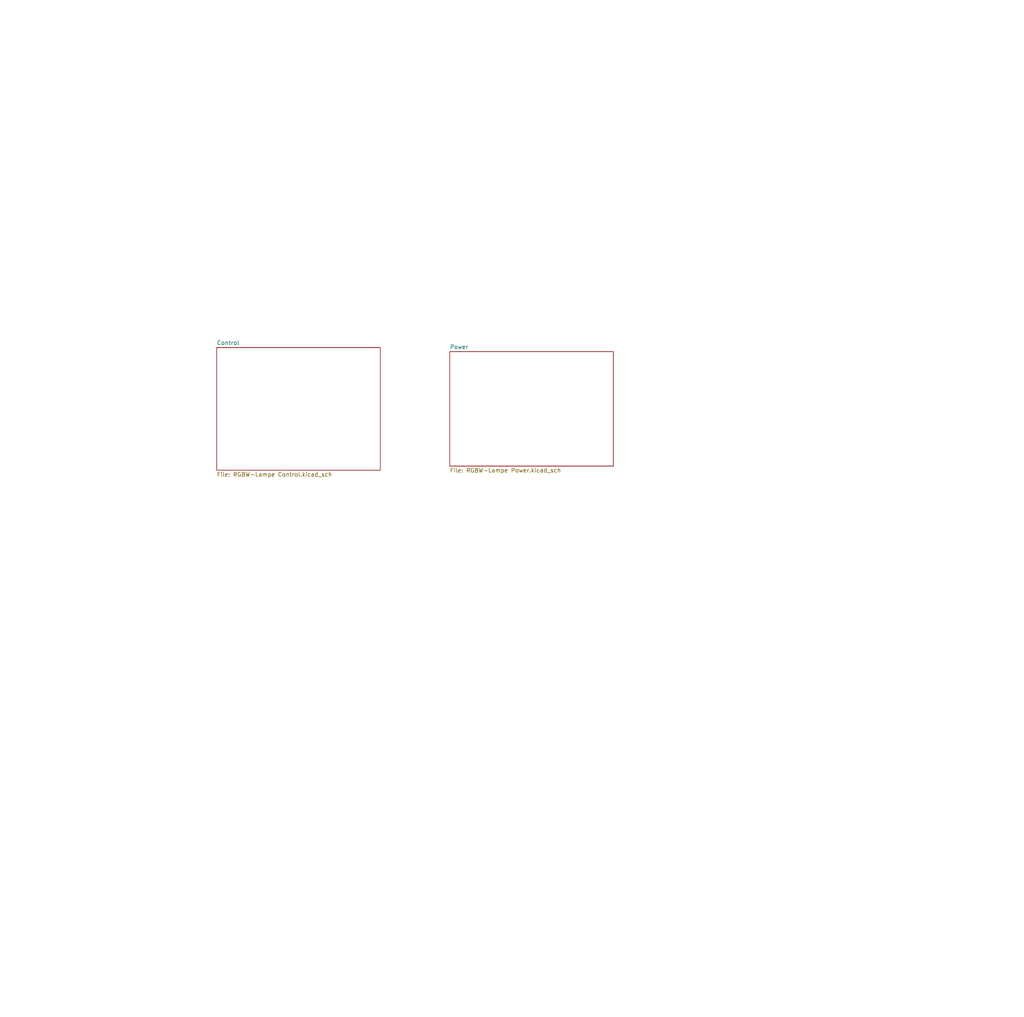
<source format=kicad_sch>
(kicad_sch (version 20230121) (generator eeschema)
  (paper "User" 318.084 315.874)
  (lib_symbols)
  (sheet (at 67.31 107.95) (size 50.8 38.1)
    (property "Sheetname" "Control" (at 67.31 107.2384 0) (effects (justify left bottom)))
    (property "Sheetfile" "RGBW-Lampe Control.kicad_sch" (at 67.31 146.6346 0) (effects (justify left top)))
  )
  (sheet (at 139.7 109.22) (size 50.8 35.56)
    (property "Sheetname" "Power" (at 139.7 108.5084 0) (effects (justify left bottom)))
    (property "Sheetfile" "RGBW-Lampe Power.kicad_sch" (at 139.7 145.3646 0) (effects (justify left top)))
  )
)
</source>
